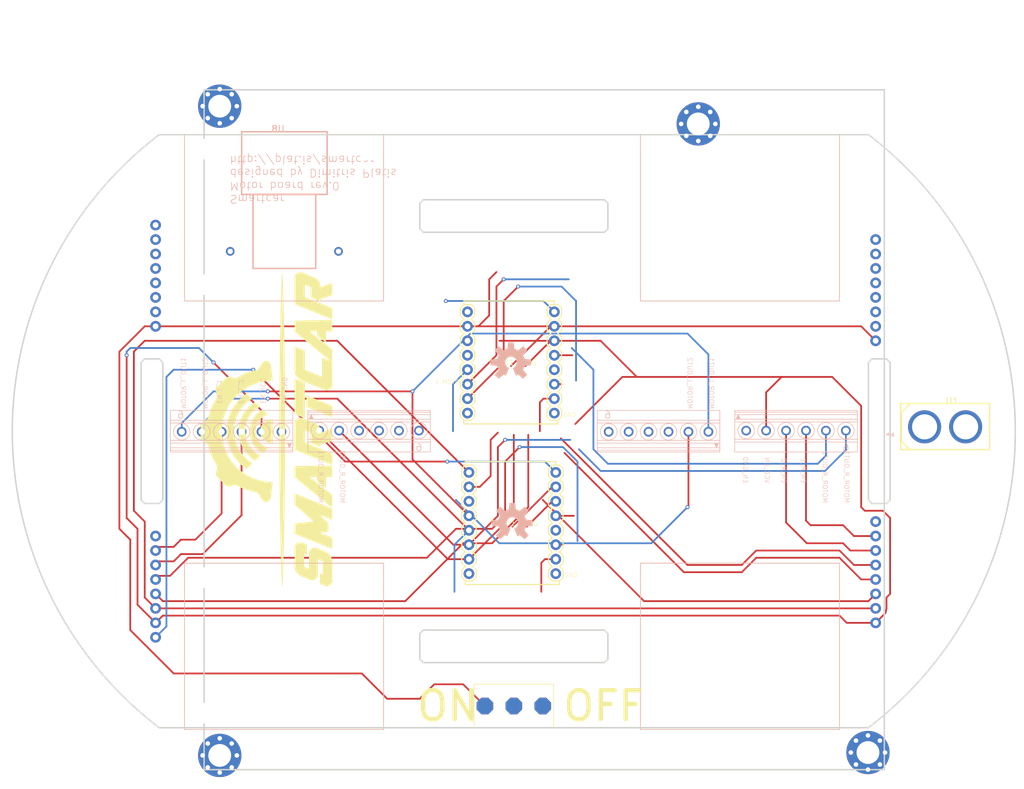
<source format=kicad_pcb>
(kicad_pcb (version 20211014) (generator pcbnew)
  (layers (0 "F.Cu" signal) (31 "B.Cu" signal) (34 "B.Paste" user) (35 "F.Paste" user) (36 "B.SilkS" user "B.Silkscreen") (37 "F.SilkS" user "F.Silkscreen") (38 "B.Mask" user) (39 "F.Mask" user) (44 "Edge.Cuts" user))
  (net 0 "")
  (net 1 "MOTOR_L_IN2")
  (net 2 "MOTOR_L_IN1")
  (net 3 "MOTOR_R_IN1")
  (net 4 "MOTOR_R_OUT1")
  (net 5 "MOTOR_R_IN2")
  (net 6 "MOTOR_R_OUT2")
  (net 7 "VCC")
  (net 8 "MOTOR_R_EN")
  (net 9 "MOTOR_L_EN")
  (net 10 "MOTOR_L_OUT1")
  (net 11 "MOTOR_L_OUT2")
  (net 12 "MOTOR_VCC")
  (net 13 "EN_L_1")
  (net 14 "EN_L_2")
  (net 15 "EN_R_2")
  (net 16 "EN_R_1")
  (net 17 "BAT_GND")
  (net 18 "GND")
  (footprint "easyeda:1751280" (layer "F.Cu") (at -943.61 -808.99)
    (fp_text reference "X2")
    (fp_text value "6")
  )
  (footprint "AutoGenerated:MountingHole_3.20mm" (layer "F.Cu") (at -986.79 -769.62)
    (fp_text reference "")
    (fp_text value "")
  )
  (footprint "easyeda:1X08_NO_SILK" (layer "F.Cu") (at -981.075 -827.405 90)
    (fp_text reference "J1")
    (fp_text value "1X08_NO_SILK" hide)
  )
  (footprint "easyeda:1X08" (layer "F.Cu") (at -926.338 -829.945 -90)
    (fp_text reference "J8")
    (fp_text value "1X08" hide)
  )
  (footprint "easyeda:POLULUMOTORBRACKETPPCB" (layer "F.Cu") (at -950.976 -861.568)
    (fp_text reference "U8")
    (fp_text value "POLULUMOTORBRACKETPPCB" hide)
  )
  (footprint "easyeda:BUMPER_2_SCREWS_NARROW" (layer "F.Cu") (at -996.95 -808.99)
    (fp_text reference "U$1" hide)
    (fp_text value "BUMPER_020522_SCREWS" hide)
  )
  (footprint "easyeda:SMARTCAR_MOTOR_MOUNT_HOLES" (layer "F.Cu") (at -958.85 -846.455 180)
    (fp_text reference "MOTOR5" hide)
    (fp_text value "SMARTCAR_MOTOR" hide)
  )
  (footprint "easyeda:SMARTCAR_MOTOR_MOUNT_HOLES" (layer "F.Cu") (at -878.84 -846.455 180)
    (fp_text reference "MOTOR4" hide)
    (fp_text value "SMARTCAR_MOTOR" hide)
  )
  (footprint "easyeda:1751280" (layer "F.Cu") (at -868.68 -808.99)
    (fp_text reference "X3")
    (fp_text value "6")
  )
  (footprint "easyeda:1751280" (layer "F.Cu") (at -967.74 -808.99 180)
    (fp_text reference "X1")
    (fp_text value "6")
  )
  (footprint "AutoGenerated:MountingHole_3.20mm" (layer "F.Cu") (at -901.7 -765.81)
    (fp_text reference "")
    (fp_text value "")
  )
  (footprint "easyeda:NANO-ITX_120X120" (layer "F.Cu") (at -972.566 -749.554 -90)
    (fp_text reference "1")
    (fp_text value "NANO-ITX_120X120" hide)
    (fp_line (start -119.38 -119.38) (end 0 -119.38) (layer "Edge.Cuts") (width 0.254))
    (fp_line (start 0 -119.38) (end 0 0) (layer "Edge.Cuts") (width 0.254))
    (fp_line (start 0 0) (end -119.38 0) (layer "Edge.Cuts") (width 0.254))
    (fp_line (start -119.38 0) (end -119.38 -119.38) (layer "Edge.Cuts") (width 0.254))
  )
  (footprint "AutoGenerated:MountingHole_3.20mm" (layer "F.Cu") (at -848.995 -769.62)
    (fp_text reference "")
    (fp_text value "")
  )
  (footprint "easyeda:SMARTCAR_MOTOR_MOUNT_HOLES" (layer "F.Cu") (at -958.85 -771.207 180)
    (fp_text reference "MOTOR2" hide)
    (fp_text value "SMARTCAR_MOTOR" hide)
  )
  (footprint "easyeda:BUMPER_2_SCREWS_NARROW" (layer "F.Cu") (at -838.835 -808.99)
    (fp_text reference "U$2" hide)
    (fp_text value "BUMPER_020522_SCREWS" hide)
  )
  (footprint "easyeda:1X08" (layer "F.Cu") (at -926.084 -801.751 -90)
    (fp_text reference "J5")
    (fp_text value "1X08" hide)
  )
  (footprint "AutoGenerated:MountingHole_3.20mm" (layer "F.Cu") (at -901.7 -852.17)
    (fp_text reference "")
    (fp_text value "")
  )
  (footprint "easyeda:OSHW-LOGO-L" (layer "F.Cu") (at -918.464 -792.861 180)
    (fp_text reference "LOGO1" hide)
    (fp_text value "OSHW-LOGOL" hide)
  )
  (footprint "easyeda:1X08_NO_SILK" (layer "F.Cu") (at -981.075 -772.795 90)
    (fp_text reference "J2")
    (fp_text value "1X08_NO_SILK" hide)
  )
  (footprint "AutoGenerated:MountingHole_3.20mm" (layer "F.Cu") (at -934.72 -852.17)
    (fp_text reference "")
    (fp_text value "")
  )
  (footprint "AutoGenerated:MountingHole_3.20mm" (layer "F.Cu") (at -986.79 -848.36)
    (fp_text reference "")
    (fp_text value "")
  )
  (footprint "easyeda:SPDT-0.2-THICK-PINS" (layer "F.Cu") (at -918.21 -760.73 90)
    (fp_text reference "SW1")
    (fp_text value "SPDT-HIGH-AMP-SWITCHPTH" hide)
  )
  (footprint "AutoGenerated:MountingHole_3.20mm" (layer "F.Cu") (at -934.72 -765.81)
    (fp_text reference "")
    (fp_text value "")
  )
  (footprint "easyeda:SMARTCAR_LOGO_MEDIUM" (layer "F.Cu") (at -958.85 -808.99 90)
    (fp_text reference "SMRTCR1" hide)
    (fp_text value "SMARTCAR_LOGOMEDIUM" hide)
  )
  (footprint "easyeda:1X08" (layer "F.Cu") (at -910.844 -783.971 90)
    (fp_text reference "J6")
    (fp_text value "1X08" hide)
  )
  (footprint "easyeda:1X08_NO_SILK" (layer "F.Cu") (at -854.71 -775.335 90)
    (fp_text reference "J4")
    (fp_text value "1X08_NO_SILK" hide)
  )
  (footprint "easyeda:CONN-TH_XT60" (layer "F.Cu") (at -842.518 -809.752)
    (fp_text reference "U1")
    (fp_text value "CONN-TH_XT60" hide)
  )
  (footprint "easyeda:1X08_NO_SILK" (layer "F.Cu") (at -854.71 -824.865 90)
    (fp_text reference "J3")
    (fp_text value "1X08_NO_SILK" hide)
  )
  (footprint "easyeda:OSHW-LOGO-L" (layer "F.Cu") (at -918.718 -821.055 180)
    (fp_text reference "LOGO2" hide)
    (fp_text value "OSHW-LOGOL" hide)
  )
  (footprint "easyeda:1751280" (layer "F.Cu") (at -892.81 -808.99 180)
    (fp_text reference "X4")
    (fp_text value "6")
  )
  (footprint "easyeda:SMARTCAR_MOTOR_MOUNT_HOLES" (layer "F.Cu") (at -878.84 -771.207 180)
    (fp_text reference "MOTOR3" hide)
    (fp_text value "SMARTCAR_MOTOR" hide)
  )
  (footprint "easyeda:1X08" (layer "F.Cu") (at -911.098 -812.165 90)
    (fp_text reference "J7")
    (fp_text value "1X08" hide)
  )
  (footprint "AutoGenerated:MountingHole_3.20mm" (layer "F.Cu") (at -848.995 -848.36)
    (fp_text reference "")
    (fp_text value "")
  )
  (gr_line (start -926.719 -803.021) (end -926.719 -803.656) (layer "F.SilkS") (width 0.203))
  (gr_line (start -926.973 -810.895) (end -926.973 -810.26) (layer "F.SilkS") (width 0.203))
  (gr_line (start -910.463 -810.26) (end -910.463 -810.895) (layer "F.SilkS") (width 0.203))
  (gr_line (start -910.844 -803.656) (end -910.844 -803.021) (layer "F.SilkS") (width 0.203))
  (gr_line (start -910.209 -782.066) (end -910.209 -782.701) (layer "F.SilkS") (width 0.203))
  (gr_line (start -926.973 -831.85) (end -911.098 -831.85) (layer "F.SilkS") (width 0.203))
  (gr_line (start -926.719 -782.701) (end -926.719 -782.066) (layer "F.SilkS") (width 0.203))
  (gr_line (start -926.973 -810.26) (end -910.463 -810.26) (layer "F.SilkS") (width 0.203))
  (gr_line (start -926.719 -803.656) (end -910.844 -803.656) (layer "F.SilkS") (width 0.203))
  (gr_line (start -926.719 -782.066) (end -910.209 -782.066) (layer "F.SilkS") (width 0.203))
  (gr_line (start -911.098 -831.85) (end -911.098 -831.215) (layer "F.SilkS") (width 0.203))
  (gr_line (start -926.973 -831.215) (end -926.973 -831.85) (layer "F.SilkS") (width 0.203))
  (gr_line (start -979.805 -821.055) (end -979.805 -796.925) (layer "Edge.Cuts") (width 0.254))
  (gr_line (start -901.7 -844.55) (end -901.7 -848.995) (layer "Edge.Cuts") (width 0.254))
  (gr_line (start -979.805 -796.925) (end -980.44 -796.29) (layer "Edge.Cuts") (width 0.254))
  (gr_line (start -934.72 -844.55) (end -934.085 -843.915) (layer "Edge.Cuts") (width 0.254))
  (gr_line (start -852.805 -796.29) (end -855.345 -796.29) (layer "Edge.Cuts") (width 0.254))
  (gr_arc (start -980.44 -756.92) (mid -1006.223168 -808.989571) (end -980.440682 -861.05948) (layer "Edge.Cuts") (width 0.254))
  (gr_line (start -982.98 -796.29) (end -983.615 -796.925) (layer "Edge.Cuts") (width 0.254))
  (gr_line (start -852.17 -821.055) (end -852.17 -796.925) (layer "Edge.Cuts") (width 0.254))
  (gr_line (start -980.44 -796.29) (end -982.98 -796.29) (layer "Edge.Cuts") (width 0.254))
  (gr_line (start -982.98 -821.69) (end -980.44 -821.69) (layer "Edge.Cuts") (width 0.254))
  (gr_line (start -983.615 -796.925) (end -983.615 -821.055) (layer "Edge.Cuts") (width 0.254))
  (gr_line (start -934.085 -774.065) (end -934.72 -773.43) (layer "Edge.Cuts") (width 0.254))
  (gr_line (start -934.72 -768.985) (end -934.085 -768.35) (layer "Edge.Cuts") (width 0.254))
  (gr_line (start -934.085 -849.63) (end -934.72 -848.995) (layer "Edge.Cuts") (width 0.254))
  (gr_line (start -980.44 -861.06) (end -855.98 -861.06) (layer "Edge.Cuts") (width 0.254))
  (gr_line (start -983.615 -821.055) (end -982.98 -821.69) (layer "Edge.Cuts") (width 0.254))
  (gr_line (start -902.335 -843.915) (end -901.7 -844.55) (layer "Edge.Cuts") (width 0.254))
  (gr_line (start -901.7 -848.995) (end -902.335 -849.63) (layer "Edge.Cuts") (width 0.254))
  (gr_line (start -934.085 -768.35) (end -902.335 -768.35) (layer "Edge.Cuts") (width 0.254))
  (gr_line (start -980.44 -821.69) (end -979.805 -821.055) (layer "Edge.Cuts") (width 0.254))
  (gr_line (start -934.72 -773.43) (end -934.72 -768.985) (layer "Edge.Cuts") (width 0.254))
  (gr_line (start -902.335 -774.065) (end -934.085 -774.065) (layer "Edge.Cuts") (width 0.254))
  (gr_arc (start -855.98 -861.06) (mid -830.197226 -808.989633) (end -855.980583 -756.919555) (layer "Edge.Cuts") (width 0.254))
  (gr_line (start -902.335 -768.35) (end -901.7 -768.985) (layer "Edge.Cuts") (width 0.254))
  (gr_line (start -855.98 -796.925) (end -855.98 -821.055) (layer "Edge.Cuts") (width 0.254))
  (gr_line (start -902.335 -849.63) (end -934.085 -849.63) (layer "Edge.Cuts") (width 0.254))
  (gr_line (start -852.805 -821.69) (end -852.17 -821.055) (layer "Edge.Cuts") (width 0.254))
  (gr_line (start -855.345 -821.69) (end -852.805 -821.69) (layer "Edge.Cuts") (width 0.254))
  (gr_line (start -855.98 -756.92) (end -980.44 -756.92) (layer "Edge.Cuts") (width 0.254))
  (gr_line (start -855.98 -821.055) (end -855.345 -821.69) (layer "Edge.Cuts") (width 0.254))
  (gr_line (start -852.17 -796.925) (end -852.805 -796.29) (layer "Edge.Cuts") (width 0.254))
  (gr_line (start -934.72 -848.995) (end -934.72 -844.55) (layer "Edge.Cuts") (width 0.254))
  (gr_line (start -901.7 -773.43) (end -902.335 -774.065) (layer "Edge.Cuts") (width 0.254))
  (gr_line (start -901.7 -768.985) (end -901.7 -773.43) (layer "Edge.Cuts") (width 0.254))
  (gr_line (start -855.345 -796.29) (end -855.98 -796.925) (layer "Edge.Cuts") (width 0.254))
  (gr_line (start -934.085 -843.915) (end -902.335 -843.915) (layer "Edge.Cuts") (width 0.254))
  (gr_text "MOTOR_R_OUT2" (at -948.284 -796.346 -90) (layer "B.SilkS") (effects (font (size 0.813 0.813) (thickness 0.065)) (justify left mirror)))
  (gr_text "MOTOR_R_OUT1" (at -859.79 -796.346 -90) (layer "B.SilkS") (effects (font (size 0.813 0.813) (thickness 0.065)) (justify left mirror)))
  (gr_text "MOTOR_L_OUT2" (at -972.414 -812.856 -90) (layer "B.SilkS") (effects (font (size 0.813 0.813) (thickness 0.065)) (justify left mirror)))
  (gr_text "EN_VCC" (at -962.254 -813.78 -90) (layer "B.SilkS") (effects (font (size 0.813 0.813) (thickness 0.065)) (justify left mirror)))
  (gr_text "EN_R_1" (at -867.41 -799.81 -90) (layer "B.SilkS") (effects (font (size 0.813 0.813) (thickness 0.065)) (justify left mirror)))
  (gr_text "MOTOR_L_OUT1" (at -883.514 -812.856 -90) (layer "B.SilkS") (effects (font (size 0.813 0.813) (thickness 0.065)) (justify left mirror)))
  (gr_text "MOTOR_L_OUT1" (at -976.224 -812.856 -90) (layer "B.SilkS") (effects (font (size 0.813 0.813) (thickness 0.065)) (justify left mirror)))
  (gr_text "EN_GND" (at -877.57 -799.81 -90) (layer "B.SilkS") (effects (font (size 0.813 0.813) (thickness 0.065)) (justify left mirror)))
  (gr_text "EN_GND" (at -958.444 -813.78 -90) (layer "B.SilkS") (effects (font (size 0.813 0.813) (thickness 0.065)) (justify left mirror)))
  (gr_text "EN_L_2" (at -966.064 -813.78 -90) (layer "B.SilkS") (effects (font (size 0.813 0.813) (thickness 0.065)) (justify left mirror)))
  (gr_text "MOTOR_L_OUT2" (at -887.324 -812.856 -90) (layer "B.SilkS") (effects (font (size 0.813 0.813) (thickness 0.065)) (justify left mirror)))
  (gr_text "EN_L_1" (at -969.874 -813.78 -90) (layer "B.SilkS") (effects (font (size 0.813 0.813) (thickness 0.065)) (justify left mirror)))
  (gr_text "MOTOR_R_OUT1" (at -952.094 -796.346 -90) (layer "B.SilkS") (effects (font (size 0.813 0.813) (thickness 0.065)) (justify left mirror)))
  (gr_text "VCC_EN" (at -873.76 -799.81 -90) (layer "B.SilkS") (effects (font (size 0.813 0.813) (thickness 0.065)) (justify left mirror)))
  (gr_text "MOTOR_R_OUT2" (at -863.6 -796.346 -90) (layer "B.SilkS") (effects (font (size 0.813 0.813) (thickness 0.065)) (justify left mirror)))
  (gr_text "EN_R_2" (at -870.814 -799.81 -90) (layer "B.SilkS") (effects (font (size 0.813 0.813) (thickness 0.065)) (justify left mirror)))
  (gr_text "Smartcar\nMotor board rev.0\ndesigned by Dimitris Platis\nhttp://plat.is/smartcar" (at -968.136 -853.211 180) (layer "B.SilkS") (effects (font (size 1.422 1.422) (thickness 0.114)) (justify left mirror)))
  (gr_text "GND" (at -909.587 -811.911) (layer "F.SilkS") (effects (font (size 0.762 0.762) (thickness 0.061)) (justify left)))
  (gr_text "TB6612FNG" (at -922.833 -821.055) (layer "F.SilkS") (effects (font (size 1.016 1.016) (thickness 0.081)) (justify left)))
  (gr_text "ON" (at -935.609 -760.73) (layer "F.SilkS") (effects (font (size 5.08 5.08) (thickness 0.762)) (justify left)))
  (gr_text "V MOTOR" (at -932.041 -817.626) (layer "F.SilkS") (effects (font (size 0.762 0.762) (thickness 0.061)) (justify left)))
  (gr_text "GND" (at -909.333 -783.717) (layer "F.SilkS") (effects (font (size 0.762 0.762) (thickness 0.061)) (justify left)))
  (gr_text "TB6612FNG" (at -922.579 -792.861) (layer "F.SilkS") (effects (font (size 1.016 1.016) (thickness 0.081)) (justify left)))
  (gr_text "OFF" (at -909.955 -760.73) (layer "F.SilkS") (effects (font (size 5.08 5.08) (thickness 0.762)) (justify left)))
  (segment (start -975.36 -786.765) (end -933.45 -786.765) (width 0.305) (layer "F.Cu") (net 1))
  (segment (start -918.718 -820.42) (end -911.733 -827.405) (width 0.305) (layer "F.Cu") (net 1))
  (segment (start -933.45 -786.765) (end -928.37 -791.845) (width 0.305) (layer "F.Cu") (net 1))
  (segment (start -922.02 -791.845) (end -918.21 -795.655) (width 0.305) (layer "F.Cu") (net 1))
  (segment (start -981.075 -782.955) (end -980.44 -783.59) (width 0.305) (layer "F.Cu") (net 1))
  (segment (start -918.464 -792.226) (end -911.479 -799.211) (width 0.305) (layer "F.Cu") (net 1))
  (segment (start -911.733 -827.405) (end -911.098 -827.405) (width 0.305) (layer "F.Cu") (net 1))
  (segment (start -980.44 -783.59) (end -978.535 -783.59) (width 0.305) (layer "F.Cu") (net 1))
  (segment (start -978.535 -783.59) (end -975.36 -786.765) (width 0.305) (layer "F.Cu") (net 1))
  (segment (start -918.21 -795.655) (end -918.21 -808.355) (width 0.305) (layer "F.Cu") (net 1))
  (segment (start -928.37 -791.845) (end -922.02 -791.845) (width 0.305) (layer "F.Cu") (net 1))
  (segment (start -911.479 -799.211) (end -910.844 -799.211) (width 0.305) (layer "F.Cu") (net 1))
  (segment (start -979.805 -779.145) (end -937.26 -779.145) (width 0.305) (layer "F.Cu") (net 2))
  (segment (start -911.733 -824.865) (end -911.098 -824.865) (width 0.305) (layer "F.Cu") (net 2))
  (segment (start -916.178 -820.42) (end -911.733 -824.865) (width 0.305) (layer "F.Cu") (net 2))
  (segment (start -915.67 -795.655) (end -915.67 -808.355) (width 0.305) (layer "F.Cu") (net 2))
  (segment (start -937.26 -779.145) (end -927.1 -789.305) (width 0.305) (layer "F.Cu") (net 2))
  (segment (start -915.924 -792.226) (end -911.479 -796.671) (width 0.305) (layer "F.Cu") (net 2))
  (segment (start -981.075 -780.415) (end -979.805 -779.145) (width 0.305) (layer "F.Cu") (net 2))
  (segment (start -922.02 -789.305) (end -915.67 -795.655) (width 0.305) (layer "F.Cu") (net 2))
  (segment (start -911.479 -796.671) (end -910.844 -796.671) (width 0.305) (layer "F.Cu") (net 2))
  (segment (start -927.1 -789.305) (end -922.02 -789.305) (width 0.305) (layer "F.Cu") (net 2))
  (segment (start -910.209 -791.591) (end -910.844 -791.591) (width 0.305) (layer "F.Cu") (net 3))
  (segment (start -910.463 -819.785) (end -911.098 -819.785) (width 0.305) (layer "F.Cu") (net 3))
  (segment (start -858.52 -785.495) (end -861.06 -788.035) (width 0.305) (layer "F.Cu") (net 3))
  (segment (start -887.73 -785.495) (end -909.955 -807.72) (width 0.305) (layer "F.Cu") (net 3))
  (segment (start -854.71 -785.495) (end -858.52 -785.495) (width 0.305) (layer "F.Cu") (net 3))
  (segment (start -878.205 -785.495) (end -887.73 -785.495) (width 0.305) (layer "F.Cu") (net 3))
  (segment (start -861.06 -788.035) (end -875.665 -788.035) (width 0.305) (layer "F.Cu") (net 3))
  (segment (start -875.665 -788.035) (end -878.205 -785.495) (width 0.305) (layer "F.Cu") (net 3))
  (segment (start -917.194 -806.196) (end -919.734 -803.656) (width 0.305) (layer "F.Cu") (net 4))
  (segment (start -926.084 -786.511) (end -929.781 -786.511) (width 0.305) (layer "F.Cu") (net 4))
  (segment (start -926.084 -786.511) (end -926.204 -786.631) (width 0.305) (layer "F.Cu") (net 4))
  (segment (start -919.734 -803.656) (end -919.734 -792.861) (width 0.305) (layer "F.Cu") (net 4))
  (segment (start -929.781 -786.511) (end -952.36 -809.09) (width 0.305) (layer "F.Cu") (net 4))
  (segment (start -919.734 -792.861) (end -926.084 -786.511) (width 0.305) (layer "F.Cu") (net 4))
  (segment (start -919.988 -821.055) (end -926.338 -814.705) (width 0.305) (layer "F.Cu") (net 4))
  (segment (start -919.988 -831.85) (end -919.988 -821.055) (width 0.305) (layer "F.Cu") (net 4))
  (segment (start -917.448 -834.39) (end -919.988 -831.85) (width 0.305) (layer "F.Cu") (net 4))
  (segment (start -926.338 -814.705) (end -926.458 -814.825) (width 0.305) (layer "F.Cu") (net 4))
  (via (at -917.448 -834.39) (size 0.686) (drill 0.381) (layers "F.Cu" "B.Cu") (net 4))
  (via (at -917.194 -806.196) (size 0.686) (drill 0.381) (layers "F.Cu" "B.Cu") (net 4))
  (segment (start -917.448 -834.39) (end -909.828 -834.39) (width 0.305) (layer "B.Cu") (net 4))
  (segment (start -902.97 -802.005) (end -863.6 -802.005) (width 0.305) (layer "B.Cu") (net 4))
  (segment (start -917.194 -806.196) (end -909.574 -806.196) (width 0.305) (layer "B.Cu") (net 4))
  (segment (start -909.828 -834.39) (end -907.288 -831.85) (width 0.305) (layer "B.Cu") (net 4))
  (segment (start -859.93 -805.675) (end -859.93 -809.09) (width 0.305) (layer "B.Cu") (net 4))
  (segment (start -907.034 -803.656) (end -907.034 -789.686) (width 0.305) (layer "B.Cu") (net 4))
  (segment (start -906.78 -805.815) (end -902.97 -802.005) (width 0.305) (layer "B.Cu") (net 4))
  (segment (start -909.574 -806.196) (end -907.034 -803.656) (width 0.305) (layer "B.Cu") (net 4))
  (segment (start -907.288 -831.85) (end -907.288 -817.88) (width 0.305) (layer "B.Cu") (net 4))
  (segment (start -863.6 -802.005) (end -859.93 -805.675) (width 0.305) (layer "B.Cu") (net 4))
  (segment (start -861.06 -786.765) (end -857.25 -782.955) (width 0.305) (layer "F.Cu") (net 5))
  (segment (start -909.32 -805.18) (end -888.365 -784.225) (width 0.305) (layer "F.Cu") (net 5))
  (segment (start -911.098 -817.245) (end -909.828 -817.245) (width 0.305) (layer "F.Cu") (net 5))
  (segment (start -857.25 -782.955) (end -854.71 -782.955) (width 0.305) (layer "F.Cu") (net 5))
  (segment (start -910.844 -789.051) (end -909.574 -789.051) (width 0.305) (layer "F.Cu") (net 5))
  (segment (start -888.365 -784.225) (end -878.205 -784.225) (width 0.305) (layer "F.Cu") (net 5))
  (segment (start -878.205 -784.225) (end -875.665 -786.765) (width 0.305) (layer "F.Cu") (net 5))
  (segment (start -875.665 -786.765) (end -861.06 -786.765) (width 0.305) (layer "F.Cu") (net 5))
  (segment (start -921.004 -806.196) (end -919.734 -807.466) (width 0.305) (layer "F.Cu") (net 6))
  (segment (start -921.258 -822.325) (end -921.258 -834.39) (width 0.305) (layer "F.Cu") (net 6))
  (segment (start -921.258 -834.39) (end -919.988 -835.66) (width 0.305) (layer "F.Cu") (net 6))
  (segment (start -926.084 -789.051) (end -921.004 -794.131) (width 0.305) (layer "F.Cu") (net 6))
  (segment (start -928.821 -789.051) (end -926.084 -789.051) (width 0.305) (layer "F.Cu") (net 6))
  (segment (start -948.86 -809.09) (end -928.821 -789.051) (width 0.305) (layer "F.Cu") (net 6))
  (segment (start -926.338 -817.245) (end -921.258 -822.325) (width 0.305) (layer "F.Cu") (net 6))
  (segment (start -921.004 -794.131) (end -921.004 -806.196) (width 0.305) (layer "F.Cu") (net 6))
  (via (at -919.988 -835.66) (size 0.686) (drill 0.381) (layers "F.Cu" "B.Cu") (net 6))
  (via (at -919.734 -807.466) (size 0.686) (drill 0.381) (layers "F.Cu" "B.Cu") (net 6))
  (segment (start -904.24 -819.785) (end -904.24 -805.815) (width 0.305) (layer "B.Cu") (net 6))
  (segment (start -864.87 -803.275) (end -863.43 -804.715) (width 0.305) (layer "B.Cu") (net 6))
  (segment (start -901.7 -803.275) (end -864.87 -803.275) (width 0.305) (layer "B.Cu") (net 6))
  (segment (start -904.24 -805.815) (end -901.7 -803.275) (width 0.305) (layer "B.Cu") (net 6))
  (segment (start -919.988 -835.66) (end -908.558 -835.66) (width 0.305) (layer "B.Cu") (net 6))
  (segment (start -863.43 -804.715) (end -863.43 -809.09) (width 0.305) (layer "B.Cu") (net 6))
  (segment (start -919.734 -807.466) (end -908.304 -807.466) (width 0.305) (layer "B.Cu") (net 6))
  (segment (start -908.05 -823.595) (end -904.24 -819.785) (width 0.305) (layer "B.Cu") (net 6))
  (segment (start -857.25 -813.435) (end -862.33 -818.515) (width 0.305) (layer "F.Cu") (net 7))
  (segment (start -907.923 -822.325) (end -911.098 -822.325) (width 0.305) (layer "F.Cu") (net 7))
  (segment (start -857.25 -795.655) (end -857.25 -813.435) (width 0.305) (layer "F.Cu") (net 7))
  (segment (start -924.179 -799.211) (end -922.274 -801.116) (width 0.305) (layer "F.Cu") (net 7))
  (segment (start -926.084 -799.211) (end -924.179 -799.211) (width 0.305) (layer "F.Cu") (net 7))
  (segment (start -922.528 -835.66) (end -921.258 -836.93) (width 0.305) (layer "F.Cu") (net 7))
  (segment (start -920.75 -824.865) (end -902.97 -824.865) (width 0.305) (layer "F.Cu") (net 7))
  (segment (start -962.49 -812.63) (end -970.915 -821.055) (width 0.305) (layer "F.Cu") (net 7))
  (segment (start -853.44 -795.02) (end -856.615 -795.02) (width 0.305) (layer "F.Cu") (net 7))
  (segment (start -856.615 -795.02) (end -857.25 -795.655) (width 0.305) (layer "F.Cu") (net 7))
  (segment (start -861.06 -776.605) (end -859.79 -775.335) (width 0.305) (layer "F.Cu") (net 7))
  (segment (start -852.17 -793.75) (end -853.44 -795.02) (width 0.305) (layer "F.Cu") (net 7))
  (segment (start -902.97 -824.865) (end -896.62 -818.515) (width 0.305) (layer "F.Cu") (net 7))
  (segment (start -854.71 -775.335) (end -852.99 -777.055) (width 0.305) (layer "F.Cu") (net 7))
  (segment (start -896.62 -818.515) (end -899.16 -818.515) (width 0.305) (layer "F.Cu") (net 7))
  (segment (start -852.17 -780.415) (end -852.17 -793.75) (width 0.305) (layer "F.Cu") (net 7))
  (segment (start -859.79 -775.335) (end -854.71 -775.335) (width 0.305) (layer "F.Cu") (net 7))
  (segment (start -871.22 -818.515) (end -896.62 -818.515) (width 0.305) (layer "F.Cu") (net 7))
  (segment (start -922.274 -801.116) (end -922.274 -807.466) (width 0.305) (layer "F.Cu") (net 7))
  (segment (start -981.075 -775.335) (end -979.805 -776.605) (width 0.305) (layer "F.Cu") (net 7))
  (segment (start -852.99 -777.055) (end -852.808 -777.876) (width 0.305) (layer "F.Cu") (net 7))
  (segment (start -926.338 -827.405) (end -924.433 -827.405) (width 0.305) (layer "F.Cu") (net 7))
  (segment (start -899.16 -818.515) (end -907.415 -810.26) (width 0.305) (layer "F.Cu") (net 7))
  (segment (start -922.274 -807.466) (end -921.004 -808.736) (width 0.305) (layer "F.Cu") (net 7))
  (segment (start -907.669 -794.131) (end -910.844 -794.131) (width 0.305) (layer "F.Cu") (net 7))
  (segment (start -986.155 -822.325) (end -986.155 -793.75) (width 0.305) (layer "F.Cu") (net 7))
  (segment (start -852.808 -779.777) (end -852.17 -780.415) (width 0.305) (layer "F.Cu") (net 7))
  (segment (start -852.808 -777.876) (end -852.808 -779.777) (width 0.305) (layer "F.Cu") (net 7))
  (segment (start -924.433 -827.405) (end -922.528 -829.31) (width 0.305) (layer "F.Cu") (net 7))
  (segment (start -984.25 -778.51) (end -981.075 -775.335) (width 0.305) (layer "F.Cu") (net 7))
  (segment (start -922.528 -829.31) (end -922.528 -835.66) (width 0.305) (layer "F.Cu") (net 7))
  (segment (start -873.93 -809.09) (end -873.93 -815.805) (width 0.305) (layer "F.Cu") (net 7))
  (segment (start -962.49 -808.89) (end -962.49 -812.63) (width 0.305) (layer "F.Cu") (net 7))
  (segment (start -873.93 -815.805) (end -871.22 -818.515) (width 0.305) (layer "F.Cu") (net 7))
  (segment (start -984.25 -791.845) (end -984.25 -778.51) (width 0.305) (layer "F.Cu") (net 7))
  (segment (start -986.155 -793.75) (end -984.25 -791.845) (width 0.305) (layer "F.Cu") (net 7))
  (segment (start -862.33 -818.515) (end -871.22 -818.515) (width 0.305) (layer "F.Cu") (net 7))
  (segment (start -979.805 -776.605) (end -861.06 -776.605) (width 0.305) (layer "F.Cu") (net 7))
  (via (at -986.155 -822.325) (size 0.686) (drill 0.381) (layers "F.Cu" "B.Cu") (net 7))
  (via (at -970.915 -821.055) (size 0.686) (drill 0.381) (layers "F.Cu" "B.Cu") (net 7))
  (segment (start -986.155 -822.325) (end -986.155 -822.96) (width 0.305) (layer "B.Cu") (net 7))
  (segment (start -985.52 -823.595) (end -973.455 -823.595) (width 0.305) (layer "B.Cu") (net 7))
  (segment (start -986.155 -822.96) (end -985.52 -823.595) (width 0.305) (layer "B.Cu") (net 7))
  (segment (start -973.455 -823.595) (end -970.915 -821.055) (width 0.305) (layer "B.Cu") (net 7))
  (segment (start -913.638 -814.07) (end -913.638 -808.99) (width 0.305) (layer "F.Cu") (net 8))
  (segment (start -910.844 -786.511) (end -912.749 -786.511) (width 0.305) (layer "F.Cu") (net 8))
  (segment (start -895.35 -779.145) (end -855.98 -779.145) (width 0.305) (layer "F.Cu") (net 8))
  (segment (start -855.98 -779.145) (end -854.71 -780.415) (width 0.305) (layer "F.Cu") (net 8))
  (segment (start -912.749 -786.511) (end -913.384 -785.876) (width 0.305) (layer "F.Cu") (net 8))
  (segment (start -913.003 -814.705) (end -913.638 -814.07) (width 0.305) (layer "F.Cu") (net 8))
  (segment (start -911.098 -814.705) (end -913.003 -814.705) (width 0.305) (layer "F.Cu") (net 8))
  (segment (start -913.384 -785.876) (end -913.384 -780.796) (width 0.305) (layer "F.Cu") (net 8))
  (segment (start -913.13 -796.925) (end -895.35 -779.145) (width 0.305) (layer "F.Cu") (net 8))
  (segment (start -947.801 -803.656) (end -929.894 -803.656) (width 0.305) (layer "F.Cu") (net 9))
  (segment (start -963.93 -819.785) (end -947.801 -803.656) (width 0.305) (layer "F.Cu") (net 9))
  (via (at -930.148 -831.85) (size 0.686) (drill 0.381) (layers "F.Cu" "B.Cu") (net 9))
  (via (at -963.93 -819.785) (size 0.686) (drill 0.381) (layers "F.Cu" "B.Cu") (net 9))
  (via (at -929.894 -803.656) (size 0.686) (drill 0.381) (layers "F.Cu" "B.Cu") (net 9))
  (segment (start -981.075 -772.795) (end -979.17 -774.7) (width 0.305) (layer "B.Cu") (net 9))
  (segment (start -977.9 -819.785) (end -963.93 -819.785) (width 0.305) (layer "B.Cu") (net 9))
  (segment (start -930.148 -831.85) (end -913.003 -831.85) (width 0.305) (layer "B.Cu") (net 9))
  (segment (start -912.749 -803.656) (end -910.844 -801.751) (width 0.305) (layer "B.Cu") (net 9))
  (segment (start -979.17 -818.515) (end -977.9 -819.785) (width 0.305) (layer "B.Cu") (net 9))
  (segment (start -929.894 -803.656) (end -912.749 -803.656) (width 0.305) (layer "B.Cu") (net 9))
  (segment (start -913.003 -831.85) (end -911.098 -829.945) (width 0.305) (layer "B.Cu") (net 9))
  (segment (start -979.17 -774.7) (end -979.17 -818.515) (width 0.305) (layer "B.Cu") (net 9))
  (segment (start -935.99 -815.975) (end -935.99 -804.037) (width 0.305) (layer "F.Cu") (net 10))
  (segment (start -961.39 -815.975) (end -935.99 -815.975) (width 0.305) (layer "F.Cu") (net 10))
  (segment (start -935.99 -804.037) (end -926.084 -794.131) (width 0.305) (layer "F.Cu") (net 10))
  (via (at -935.99 -815.975) (size 0.686) (drill 0.381) (layers "F.Cu" "B.Cu") (net 10))
  (via (at -961.39 -815.975) (size 0.686) (drill 0.381) (layers "F.Cu" "B.Cu") (net 10))
  (segment (start -935.99 -815.975) (end -925.83 -826.135) (width 0.305) (layer "B.Cu") (net 10))
  (segment (start -970.915 -815.975) (end -961.39 -815.975) (width 0.305) (layer "B.Cu") (net 10))
  (segment (start -925.83 -826.135) (end -887.73 -826.135) (width 0.305) (layer "B.Cu") (net 10))
  (segment (start -976.49 -810.4) (end -970.915 -815.975) (width 0.305) (layer "B.Cu") (net 10))
  (segment (start -884.238 -822.642) (end -884.06 -822.465) (width 0.305) (layer "B.Cu") (net 10))
  (segment (start -887.73 -826.135) (end -884.238 -822.642) (width 0.305) (layer "B.Cu") (net 10))
  (segment (start -976.49 -808.89) (end -976.49 -810.4) (width 0.305) (layer "B.Cu") (net 10))
  (segment (start -884.06 -822.465) (end -884.06 -808.89) (width 0.305) (layer "B.Cu") (net 10))
  (segment (start -887.56 -795.825) (end -887.73 -795.655) (width 0.305) (layer "F.Cu") (net 11))
  (segment (start -949.198 -814.705) (end -926.084 -791.591) (width 0.305) (layer "F.Cu") (net 11))
  (segment (start -961.39 -814.705) (end -949.198 -814.705) (width 0.305) (layer "F.Cu") (net 11))
  (segment (start -887.56 -808.89) (end -887.56 -795.825) (width 0.305) (layer "F.Cu") (net 11))
  (via (at -887.73 -795.655) (size 0.686) (drill 0.381) (layers "F.Cu" "B.Cu") (net 11))
  (via (at -961.39 -814.705) (size 0.686) (drill 0.381) (layers "F.Cu" "B.Cu") (net 11))
  (segment (start -928.624 -789.051) (end -928.624 -780.796) (width 0.305) (layer "B.Cu") (net 11))
  (segment (start -920.75 -789.305) (end -894.08 -789.305) (width 0.305) (layer "B.Cu") (net 11))
  (segment (start -928.878 -817.245) (end -928.878 -808.99) (width 0.305) (layer "B.Cu") (net 11))
  (segment (start -968.375 -814.705) (end -961.39 -814.705) (width 0.305) (layer "B.Cu") (net 11))
  (segment (start -926.338 -819.785) (end -928.878 -817.245) (width 0.305) (layer "B.Cu") (net 11))
  (segment (start -894.08 -789.305) (end -887.73 -795.655) (width 0.305) (layer "B.Cu") (net 11))
  (segment (start -972.99 -808.89) (end -972.99 -810.09) (width 0.305) (layer "B.Cu") (net 11))
  (segment (start -928.37 -796.925) (end -920.75 -789.305) (width 0.305) (layer "B.Cu") (net 11))
  (segment (start -972.99 -810.09) (end -968.375 -814.705) (width 0.305) (layer "B.Cu") (net 11))
  (segment (start -926.084 -791.591) (end -928.624 -789.051) (width 0.305) (layer "B.Cu") (net 11))
  (segment (start -982.98 -824.865) (end -949.198 -824.865) (width 0.305) (layer "F.Cu") (net 12))
  (segment (start -981.075 -777.875) (end -982.98 -779.78) (width 0.305) (layer "F.Cu") (net 12))
  (segment (start -984.25 -823.595) (end -983.932 -823.912) (width 0.305) (layer "F.Cu") (net 12))
  (segment (start -982.98 -779.78) (end -982.98 -793.115) (width 0.305) (layer "F.Cu") (net 12))
  (segment (start -854.71 -777.875) (end -981.075 -777.875) (width 0.305) (layer "F.Cu") (net 12))
  (segment (start -984.885 -822.96) (end -984.25 -823.595) (width 0.305) (layer "F.Cu") (net 12))
  (segment (start -984.885 -795.02) (end -984.885 -822.96) (width 0.305) (layer "F.Cu") (net 12))
  (segment (start -983.932 -823.912) (end -982.98 -824.865) (width 0.305) (layer "F.Cu") (net 12))
  (segment (start -949.198 -824.865) (end -926.084 -801.751) (width 0.305) (layer "F.Cu") (net 12))
  (segment (start -982.98 -793.115) (end -984.885 -795.02) (width 0.305) (layer "F.Cu") (net 12))
  (segment (start -974.09 -789.94) (end -969.49 -794.54) (width 0.305) (layer "F.Cu") (net 13))
  (segment (start -976.63 -789.94) (end -974.09 -789.94) (width 0.305) (layer "F.Cu") (net 13))
  (segment (start -977.9 -788.67) (end -976.63 -789.94) (width 0.305) (layer "F.Cu") (net 13))
  (segment (start -969.49 -794.54) (end -969.49 -808.89) (width 0.305) (layer "F.Cu") (net 13))
  (segment (start -980.44 -788.67) (end -977.9 -788.67) (width 0.305) (layer "F.Cu") (net 13))
  (segment (start -981.075 -788.035) (end -980.44 -788.67) (width 0.305) (layer "F.Cu") (net 13))
  (segment (start -976.63 -787.4) (end -972.82 -787.4) (width 0.305) (layer "F.Cu") (net 14))
  (segment (start -981.075 -785.495) (end -980.44 -786.13) (width 0.305) (layer "F.Cu") (net 14))
  (segment (start -965.99 -795.02) (end -965.99 -808.89) (width 0.305) (layer "F.Cu") (net 14))
  (segment (start -965.99 -794.54) (end -965.99 -795.02) (width 0.305) (layer "F.Cu") (net 14))
  (segment (start -965.99 -794.23) (end -965.99 -794.54) (width 0.305) (layer "F.Cu") (net 14))
  (segment (start -980.44 -786.13) (end -977.9 -786.13) (width 0.305) (layer "F.Cu") (net 14))
  (segment (start -977.9 -786.13) (end -976.63 -787.4) (width 0.305) (layer "F.Cu") (net 14))
  (segment (start -972.82 -787.4) (end -965.99 -794.23) (width 0.305) (layer "F.Cu") (net 14))
  (segment (start -860.425 -789.305) (end -866.775 -789.305) (width 0.305) (layer "F.Cu") (net 15))
  (segment (start -854.71 -788.035) (end -859.155 -788.035) (width 0.305) (layer "F.Cu") (net 15))
  (segment (start -870.268 -792.797) (end -870.43 -792.96) (width 0.305) (layer "F.Cu") (net 15))
  (segment (start -870.43 -792.96) (end -870.43 -809.09) (width 0.305) (layer "F.Cu") (net 15))
  (segment (start -859.155 -788.035) (end -860.425 -789.305) (width 0.305) (layer "F.Cu") (net 15))
  (segment (start -866.775 -789.305) (end -870.268 -792.797) (width 0.305) (layer "F.Cu") (net 15))
  (segment (start -860.425 -792.48) (end -866.14 -792.48) (width 0.305) (layer "F.Cu") (net 16))
  (segment (start -866.93 -793.27) (end -866.93 -809.09) (width 0.305) (layer "F.Cu") (net 16))
  (segment (start -854.71 -790.575) (end -858.52 -790.575) (width 0.305) (layer "F.Cu") (net 16))
  (segment (start -866.14 -792.48) (end -866.93 -793.27) (width 0.305) (layer "F.Cu") (net 16))
  (segment (start -858.52 -790.575) (end -860.425 -792.48) (width 0.305) (layer "F.Cu") (net 16))
  (segment (start -977.9 -766.445) (end -944.88 -766.445) (width 0.305) (layer "F.Cu") (net 17))
  (segment (start -985.52 -774.065) (end -977.9 -766.445) (width 0.305) (layer "F.Cu") (net 17))
  (segment (start -987.425 -791.845) (end -985.52 -789.94) (width 0.305) (layer "F.Cu") (net 17))
  (segment (start -932.18 -764.54) (end -927.1 -764.54) (width 0.305) (layer "F.Cu") (net 17))
  (segment (start -927.1 -764.54) (end -923.29 -760.73) (width 0.305) (layer "F.Cu") (net 17))
  (segment (start -982.98 -827.405) (end -987.425 -822.96) (width 0.305) (layer "F.Cu") (net 17))
  (segment (start -985.52 -789.94) (end -985.52 -774.065) (width 0.305) (layer "F.Cu") (net 17))
  (segment (start -981.075 -827.405) (end -982.98 -827.405) (width 0.305) (layer "F.Cu") (net 17))
  (segment (start -854.71 -824.865) (end -857.25 -827.405) (width 0.305) (layer "F.Cu") (net 17))
  (segment (start -934.72 -762) (end -932.18 -764.54) (width 0.305) (layer "F.Cu") (net 17))
  (segment (start -944.88 -766.445) (end -940.435 -762) (width 0.305) (layer "F.Cu") (net 17))
  (segment (start -940.435 -762) (end -934.72 -762) (width 0.305) (layer "F.Cu") (net 17))
  (segment (start -857.25 -827.405) (end -981.075 -827.405) (width 0.305) (layer "F.Cu") (net 17))
  (segment (start -987.425 -822.96) (end -987.425 -791.845) (width 0.305) (layer "F.Cu") (net 17))
)
</source>
